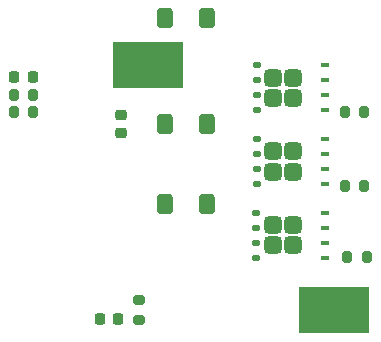
<source format=gbr>
%TF.GenerationSoftware,KiCad,Pcbnew,8.0.5*%
%TF.CreationDate,2025-03-16T21:49:30+05:30*%
%TF.ProjectId,bldc,626c6463-2e6b-4696-9361-645f70636258,rev?*%
%TF.SameCoordinates,Original*%
%TF.FileFunction,Paste,Bot*%
%TF.FilePolarity,Positive*%
%FSLAX46Y46*%
G04 Gerber Fmt 4.6, Leading zero omitted, Abs format (unit mm)*
G04 Created by KiCad (PCBNEW 8.0.5) date 2025-03-16 21:49:30*
%MOMM*%
%LPD*%
G01*
G04 APERTURE LIST*
G04 Aperture macros list*
%AMRoundRect*
0 Rectangle with rounded corners*
0 $1 Rounding radius*
0 $2 $3 $4 $5 $6 $7 $8 $9 X,Y pos of 4 corners*
0 Add a 4 corners polygon primitive as box body*
4,1,4,$2,$3,$4,$5,$6,$7,$8,$9,$2,$3,0*
0 Add four circle primitives for the rounded corners*
1,1,$1+$1,$2,$3*
1,1,$1+$1,$4,$5*
1,1,$1+$1,$6,$7*
1,1,$1+$1,$8,$9*
0 Add four rect primitives between the rounded corners*
20,1,$1+$1,$2,$3,$4,$5,0*
20,1,$1+$1,$4,$5,$6,$7,0*
20,1,$1+$1,$6,$7,$8,$9,0*
20,1,$1+$1,$8,$9,$2,$3,0*%
G04 Aperture macros list end*
%ADD10R,6.000000X4.000000*%
%ADD11RoundRect,0.225000X-0.250000X0.225000X-0.250000X-0.225000X0.250000X-0.225000X0.250000X0.225000X0*%
%ADD12RoundRect,0.225000X0.225000X0.250000X-0.225000X0.250000X-0.225000X-0.250000X0.225000X-0.250000X0*%
%ADD13RoundRect,0.200000X-0.200000X-0.275000X0.200000X-0.275000X0.200000X0.275000X-0.200000X0.275000X0*%
%ADD14RoundRect,0.200000X-0.275000X0.200000X-0.275000X-0.200000X0.275000X-0.200000X0.275000X0.200000X0*%
%ADD15RoundRect,0.200000X0.200000X0.275000X-0.200000X0.275000X-0.200000X-0.275000X0.200000X-0.275000X0*%
%ADD16RoundRect,0.375000X0.375000X0.375000X-0.375000X0.375000X-0.375000X-0.375000X0.375000X-0.375000X0*%
%ADD17RoundRect,0.125000X0.250000X0.125000X-0.250000X0.125000X-0.250000X-0.125000X0.250000X-0.125000X0*%
%ADD18RoundRect,0.100000X0.275000X0.100000X-0.275000X0.100000X-0.275000X-0.100000X0.275000X-0.100000X0*%
%ADD19RoundRect,0.250000X0.400000X0.600000X-0.400000X0.600000X-0.400000X-0.600000X0.400000X-0.600000X0*%
G04 APERTURE END LIST*
D10*
%TO.C,TP5*%
X77750000Y-101500000D03*
%TD*%
%TO.C,TP4*%
X93500000Y-122250000D03*
%TD*%
D11*
%TO.C,C17*%
X75500000Y-107275000D03*
X75500000Y-105725000D03*
%TD*%
D12*
%TO.C,C16*%
X66475000Y-102500000D03*
X68025000Y-102500000D03*
%TD*%
%TO.C,C13*%
X75275000Y-123000000D03*
X73725000Y-123000000D03*
%TD*%
D13*
%TO.C,R18*%
X68075000Y-104000000D03*
X66425000Y-104000000D03*
%TD*%
D14*
%TO.C,R11*%
X77000000Y-123075000D03*
X77000000Y-121425000D03*
%TD*%
D13*
%TO.C,R7*%
X66425000Y-105500000D03*
X68075000Y-105500000D03*
%TD*%
D15*
%TO.C,R5*%
X96325000Y-117750000D03*
X94675000Y-117750000D03*
%TD*%
%TO.C,R3*%
X96075000Y-111750000D03*
X94425000Y-111750000D03*
%TD*%
%TO.C,R1*%
X94425000Y-105500000D03*
X96075000Y-105500000D03*
%TD*%
D16*
%TO.C,Q9*%
X90050000Y-115050000D03*
X90050000Y-116750000D03*
X88350000Y-115050000D03*
X88350000Y-116750000D03*
D17*
X86945000Y-113995000D03*
X86945000Y-115265000D03*
X86945000Y-116535000D03*
X86945000Y-117805000D03*
D18*
X92750000Y-113995000D03*
X92750000Y-115265000D03*
X92750000Y-116535000D03*
X92750000Y-117805000D03*
%TD*%
D16*
%TO.C,Q7*%
X90105000Y-108805000D03*
X90105000Y-110505000D03*
X88405000Y-108805000D03*
X88405000Y-110505000D03*
D17*
X87000000Y-107750000D03*
X87000000Y-109020000D03*
X87000000Y-110290000D03*
X87000000Y-111560000D03*
D18*
X92805000Y-107750000D03*
X92805000Y-109020000D03*
X92805000Y-110290000D03*
X92805000Y-111560000D03*
%TD*%
D16*
%TO.C,Q1*%
X90105000Y-102555000D03*
X90105000Y-104255000D03*
X88405000Y-102555000D03*
X88405000Y-104255000D03*
D17*
X87000000Y-101500000D03*
X87000000Y-102770000D03*
X87000000Y-104040000D03*
X87000000Y-105310000D03*
D18*
X92805000Y-101500000D03*
X92805000Y-102770000D03*
X92805000Y-104040000D03*
X92805000Y-105310000D03*
%TD*%
D19*
%TO.C,D3*%
X82750000Y-113250000D03*
X79250000Y-113250000D03*
%TD*%
%TO.C,D2*%
X82750000Y-106500000D03*
X79250000Y-106500000D03*
%TD*%
%TO.C,D1*%
X82750000Y-97500000D03*
X79250000Y-97500000D03*
%TD*%
M02*

</source>
